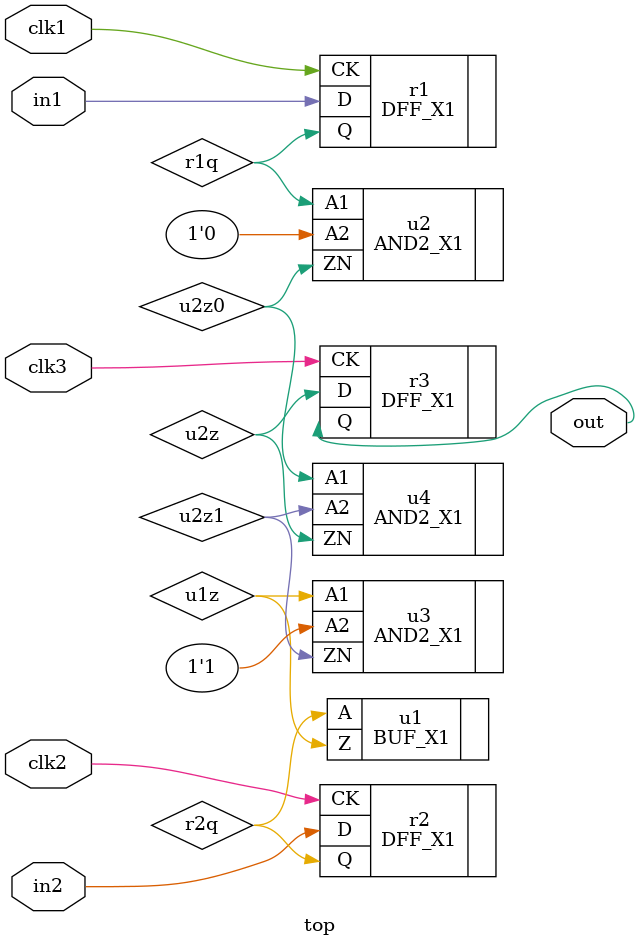
<source format=v>
module top (in1, in2, clk1, clk2, clk3, out);
  input in1, in2, clk1, clk2, clk3;
  output out;
  wire r1q, r2q, u1z, u2z, u2z0, u2z1;

  DFF_X1 r1 (.D(in1), .CK(clk1), .Q(r1q));
  DFF_X1 r2 (.D(in2), .CK(clk2), .Q(r2q));
  BUF_X1 u1 (.A(r2q), .Z(u1z));
  AND2_X1 u2 (.A1(r1q), .A2(1'b0), .ZN(u2z0));
  AND2_X1 u3 (.A1(u1z), .A2(1'b1), .ZN(u2z1));
  AND2_X1 u4 (.A1(u2z0), .A2(u2z1), .ZN(u2z));
  DFF_X1 r3 (.D(u2z), .CK(clk3), .Q(out));
endmodule // top

</source>
